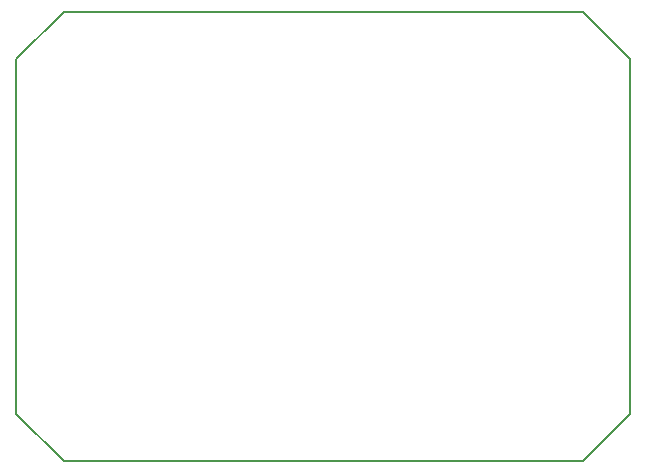
<source format=gbr>
G04 #@! TF.FileFunction,Profile,NP*
%FSLAX46Y46*%
G04 Gerber Fmt 4.6, Leading zero omitted, Abs format (unit mm)*
G04 Created by KiCad (PCBNEW 4.0.5) date Monday, February 26, 2018 'PMt' 04:13:09 PM*
%MOMM*%
%LPD*%
G01*
G04 APERTURE LIST*
%ADD10C,0.100000*%
%ADD11C,0.150000*%
G04 APERTURE END LIST*
D10*
D11*
X125000000Y-120000000D02*
X125000000Y-90000000D01*
X129000000Y-124000000D02*
X125000000Y-120000000D01*
X173000000Y-124000000D02*
X129000000Y-124000000D01*
X177000000Y-120000000D02*
X173000000Y-124000000D01*
X177000000Y-90000000D02*
X177000000Y-120000000D01*
X173000000Y-86000000D02*
X177000000Y-90000000D01*
X129000000Y-86000000D02*
X173000000Y-86000000D01*
X125000000Y-90000000D02*
X129000000Y-86000000D01*
M02*

</source>
